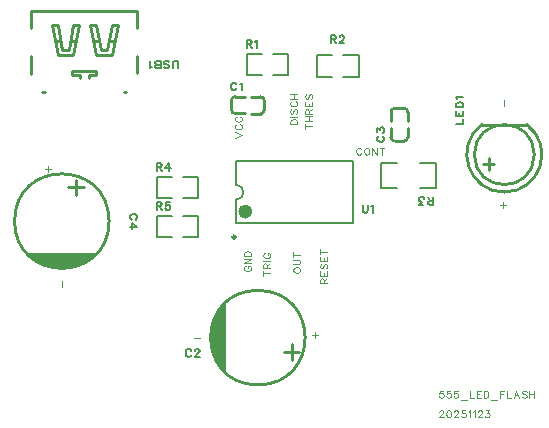
<source format=gto>
G04 Layer: TopSilkscreenLayer*
G04 EasyEDA Pro v2.2.43.4, 2025-11-30 18:38:01*
G04 Gerber Generator version 0.3*
G04 Scale: 100 percent, Rotated: No, Reflected: No*
G04 Dimensions in millimeters*
G04 Leading zeros omitted, absolute positions, 4 integers and 5 decimals*
G04 Generated by custom config*
%FSLAX45Y45*%
%MOMM*%
%ADD10C,0.1*%
%ADD11C,0.1524*%
%ADD12C,0.254*%
%ADD13C,0.2*%
%ADD14C,0.25*%
%ADD15C,0.6004*%
%ADD16C,0.6*%
G75*


G04 Text Start*
G54D10*
G01X3823462Y-3472180D02*
G01X3795268Y-3472180D01*
G01X3792474Y-3497580D01*
G01X3795268Y-3494786D01*
G01X3803650Y-3491992D01*
G01X3812032Y-3491992D01*
G01X3820414Y-3494786D01*
G01X3826256Y-3500374D01*
G01X3829050Y-3508756D01*
G01X3829050Y-3514344D01*
G01X3826256Y-3522980D01*
G01X3820414Y-3528568D01*
G01X3812032Y-3531362D01*
G01X3803650Y-3531362D01*
G01X3795268Y-3528568D01*
G01X3792474Y-3525774D01*
G01X3789680Y-3520186D01*
G01X3886200Y-3472180D02*
G01X3858260Y-3472180D01*
G01X3855466Y-3497580D01*
G01X3858260Y-3494786D01*
G01X3866642Y-3491992D01*
G01X3875024Y-3491992D01*
G01X3883406Y-3494786D01*
G01X3888994Y-3500374D01*
G01X3892042Y-3508756D01*
G01X3892042Y-3514344D01*
G01X3888994Y-3522980D01*
G01X3883406Y-3528568D01*
G01X3875024Y-3531362D01*
G01X3866642Y-3531362D01*
G01X3858260Y-3528568D01*
G01X3855466Y-3525774D01*
G01X3852672Y-3520186D01*
G01X3949192Y-3472180D02*
G01X3921252Y-3472180D01*
G01X3918458Y-3497580D01*
G01X3921252Y-3494786D01*
G01X3929634Y-3491992D01*
G01X3938016Y-3491992D01*
G01X3946398Y-3494786D01*
G01X3951986Y-3500374D01*
G01X3955034Y-3508756D01*
G01X3955034Y-3514344D01*
G01X3951986Y-3522980D01*
G01X3946398Y-3528568D01*
G01X3938016Y-3531362D01*
G01X3929634Y-3531362D01*
G01X3921252Y-3528568D01*
G01X3918458Y-3525774D01*
G01X3915664Y-3520186D01*
G01X3978656Y-3550920D02*
G01X4029202Y-3550920D01*
G01X4052824Y-3472180D02*
G01X4052824Y-3531362D01*
G01X4052824Y-3531362D02*
G01X4086352Y-3531362D01*
G01X4109974Y-3472180D02*
G01X4109974Y-3531362D01*
G01X4109974Y-3472180D02*
G01X4146296Y-3472180D01*
G01X4109974Y-3500374D02*
G01X4132326Y-3500374D01*
G01X4109974Y-3531362D02*
G01X4146296Y-3531362D01*
G01X4169918Y-3472180D02*
G01X4169918Y-3531362D01*
G01X4169918Y-3472180D02*
G01X4189476Y-3472180D01*
G01X4197858Y-3474974D01*
G01X4203446Y-3480562D01*
G01X4206240Y-3486404D01*
G01X4209288Y-3494786D01*
G01X4209288Y-3508756D01*
G01X4206240Y-3517138D01*
G01X4203446Y-3522980D01*
G01X4197858Y-3528568D01*
G01X4189476Y-3531362D01*
G01X4169918Y-3531362D01*
G01X4232910Y-3550920D02*
G01X4283456Y-3550920D01*
G01X4307078Y-3472180D02*
G01X4307078Y-3531362D01*
G01X4307078Y-3472180D02*
G01X4343400Y-3472180D01*
G01X4307078Y-3500374D02*
G01X4329430Y-3500374D01*
G01X4367022Y-3472180D02*
G01X4367022Y-3531362D01*
G01X4367022Y-3531362D02*
G01X4400550Y-3531362D01*
G01X4446524Y-3472180D02*
G01X4424172Y-3531362D01*
G01X4446524Y-3472180D02*
G01X4469130Y-3531362D01*
G01X4432554Y-3511550D02*
G01X4460494Y-3511550D01*
G01X4532122Y-3480562D02*
G01X4526280Y-3474974D01*
G01X4517898Y-3472180D01*
G01X4506722Y-3472180D01*
G01X4498340Y-3474974D01*
G01X4492752Y-3480562D01*
G01X4492752Y-3486404D01*
G01X4495546Y-3491992D01*
G01X4498340Y-3494786D01*
G01X4503928Y-3497580D01*
G01X4520692Y-3503168D01*
G01X4526280Y-3505962D01*
G01X4529074Y-3508756D01*
G01X4532122Y-3514344D01*
G01X4532122Y-3522980D01*
G01X4526280Y-3528568D01*
G01X4517898Y-3531362D01*
G01X4506722Y-3531362D01*
G01X4498340Y-3528568D01*
G01X4492752Y-3522980D01*
G01X4555744Y-3472180D02*
G01X4555744Y-3531362D01*
G01X4595114Y-3472180D02*
G01X4595114Y-3531362D01*
G01X4555744Y-3500374D02*
G01X4595114Y-3500374D01*
G01X3792474Y-3651504D02*
G01X3792474Y-3648710D01*
G01X3795268Y-3642868D01*
G01X3798062Y-3640074D01*
G01X3803650Y-3637280D01*
G01X3814826Y-3637280D01*
G01X3820414Y-3640074D01*
G01X3823462Y-3642868D01*
G01X3826256Y-3648710D01*
G01X3826256Y-3654298D01*
G01X3823462Y-3659886D01*
G01X3817620Y-3668268D01*
G01X3789680Y-3696462D01*
G01X3829050Y-3696462D01*
G01X3869436Y-3637280D02*
G01X3861054Y-3640074D01*
G01X3855466Y-3648710D01*
G01X3852672Y-3662680D01*
G01X3852672Y-3671062D01*
G01X3855466Y-3685286D01*
G01X3861054Y-3693668D01*
G01X3869436Y-3696462D01*
G01X3875024Y-3696462D01*
G01X3883406Y-3693668D01*
G01X3888994Y-3685286D01*
G01X3892042Y-3671062D01*
G01X3892042Y-3662680D01*
G01X3888994Y-3648710D01*
G01X3883406Y-3640074D01*
G01X3875024Y-3637280D01*
G01X3869436Y-3637280D01*
G01X3918458Y-3651504D02*
G01X3918458Y-3648710D01*
G01X3921252Y-3642868D01*
G01X3924046Y-3640074D01*
G01X3929634Y-3637280D01*
G01X3940810Y-3637280D01*
G01X3946398Y-3640074D01*
G01X3949192Y-3642868D01*
G01X3951986Y-3648710D01*
G01X3951986Y-3654298D01*
G01X3949192Y-3659886D01*
G01X3943604Y-3668268D01*
G01X3915664Y-3696462D01*
G01X3955034Y-3696462D01*
G01X4012184Y-3637280D02*
G01X3984244Y-3637280D01*
G01X3981450Y-3662680D01*
G01X3984244Y-3659886D01*
G01X3992626Y-3657092D01*
G01X4001008Y-3657092D01*
G01X4009390Y-3659886D01*
G01X4014978Y-3665474D01*
G01X4018026Y-3673856D01*
G01X4018026Y-3679444D01*
G01X4014978Y-3688080D01*
G01X4009390Y-3693668D01*
G01X4001008Y-3696462D01*
G01X3992626Y-3696462D01*
G01X3984244Y-3693668D01*
G01X3981450Y-3690874D01*
G01X3978656Y-3685286D01*
G01X4041648Y-3648710D02*
G01X4047236Y-3645662D01*
G01X4055618Y-3637280D01*
G01X4055618Y-3696462D01*
G01X4079240Y-3648710D02*
G01X4084828Y-3645662D01*
G01X4093210Y-3637280D01*
G01X4093210Y-3696462D01*
G01X4119626Y-3651504D02*
G01X4119626Y-3648710D01*
G01X4122420Y-3642868D01*
G01X4125214Y-3640074D01*
G01X4130802Y-3637280D01*
G01X4141978Y-3637280D01*
G01X4147566Y-3640074D01*
G01X4150360Y-3642868D01*
G01X4153154Y-3648710D01*
G01X4153154Y-3654298D01*
G01X4150360Y-3659886D01*
G01X4144772Y-3668268D01*
G01X4116832Y-3696462D01*
G01X4156202Y-3696462D01*
G01X4185412Y-3637280D02*
G01X4216146Y-3637280D01*
G01X4199382Y-3659886D01*
G01X4207764Y-3659886D01*
G01X4213352Y-3662680D01*
G01X4216146Y-3665474D01*
G01X4219194Y-3673856D01*
G01X4219194Y-3679444D01*
G01X4216146Y-3688080D01*
G01X4210558Y-3693668D01*
G01X4202176Y-3696462D01*
G01X4193794Y-3696462D01*
G01X4185412Y-3693668D01*
G01X4182618Y-3690874D01*
G01X4179824Y-3685286D01*
G01X4355338Y-1897126D02*
G01X4304538Y-1897126D01*
G01X4329938Y-1871980D02*
G01X4329938Y-1922526D01*
G01X4342638Y-1008380D02*
G01X4342638Y-1058926D01*
G01X1719580Y-3023362D02*
G01X1770126Y-3023362D01*
G01X2767838Y-3002026D02*
G01X2717038Y-3002026D01*
G01X2742438Y-2976880D02*
G01X2742438Y-3027426D01*
G01X507238Y-1592326D02*
G01X456438Y-1592326D01*
G01X481838Y-1567180D02*
G01X481838Y-1617726D01*
G01X596138Y-2545080D02*
G01X596138Y-2595626D01*
G01X2152904Y-2416556D02*
G01X2147062Y-2419350D01*
G01X2141474Y-2424938D01*
G01X2138680Y-2430780D01*
G01X2138680Y-2441956D01*
G01X2141474Y-2447544D01*
G01X2147062Y-2453132D01*
G01X2152904Y-2455926D01*
G01X2161286Y-2458720D01*
G01X2175256Y-2458720D01*
G01X2183638Y-2455926D01*
G01X2189480Y-2453132D01*
G01X2195068Y-2447544D01*
G01X2197862Y-2441956D01*
G01X2197862Y-2430780D01*
G01X2195068Y-2424938D01*
G01X2189480Y-2419350D01*
G01X2183638Y-2416556D01*
G01X2175256Y-2416556D01*
G01X2175256Y-2430780D02*
G01X2175256Y-2416556D01*
G01X2138680Y-2392934D02*
G01X2197862Y-2392934D01*
G01X2138680Y-2392934D02*
G01X2197862Y-2353564D01*
G01X2138680Y-2353564D02*
G01X2197862Y-2353564D01*
G01X2138680Y-2329942D02*
G01X2197862Y-2329942D01*
G01X2138680Y-2329942D02*
G01X2138680Y-2310384D01*
G01X2141474Y-2302002D01*
G01X2147062Y-2296414D01*
G01X2152904Y-2293620D01*
G01X2161286Y-2290572D01*
G01X2175256Y-2290572D01*
G01X2183638Y-2293620D01*
G01X2189480Y-2296414D01*
G01X2195068Y-2302002D01*
G01X2197862Y-2310384D01*
G01X2197862Y-2329942D01*
G01X2062480Y-1328420D02*
G01X2121662Y-1306068D01*
G01X2062480Y-1283462D02*
G01X2121662Y-1306068D01*
G01X2076704Y-1217676D02*
G01X2070862Y-1220470D01*
G01X2065274Y-1226312D01*
G01X2062480Y-1231900D01*
G01X2062480Y-1243076D01*
G01X2065274Y-1248664D01*
G01X2070862Y-1254252D01*
G01X2076704Y-1257046D01*
G01X2085086Y-1259840D01*
G01X2099056Y-1259840D01*
G01X2107438Y-1257046D01*
G01X2113280Y-1254252D01*
G01X2118868Y-1248664D01*
G01X2121662Y-1243076D01*
G01X2121662Y-1231900D01*
G01X2118868Y-1226312D01*
G01X2113280Y-1220470D01*
G01X2107438Y-1217676D01*
G01X2076704Y-1151890D02*
G01X2070862Y-1154684D01*
G01X2065274Y-1160526D01*
G01X2062480Y-1166114D01*
G01X2062480Y-1177290D01*
G01X2065274Y-1182878D01*
G01X2070862Y-1188466D01*
G01X2076704Y-1191260D01*
G01X2085086Y-1194054D01*
G01X2099056Y-1194054D01*
G01X2107438Y-1191260D01*
G01X2113280Y-1188466D01*
G01X2118868Y-1182878D01*
G01X2121662Y-1177290D01*
G01X2121662Y-1166114D01*
G01X2118868Y-1160526D01*
G01X2113280Y-1154684D01*
G01X2107438Y-1151890D01*
G01X2303780Y-2477262D02*
G01X2362962Y-2477262D01*
G01X2303780Y-2496820D02*
G01X2303780Y-2457450D01*
G01X2303780Y-2433828D02*
G01X2362962Y-2433828D01*
G01X2303780Y-2433828D02*
G01X2303780Y-2408682D01*
G01X2306574Y-2400300D01*
G01X2309368Y-2397506D01*
G01X2315210Y-2394458D01*
G01X2320798Y-2394458D01*
G01X2326386Y-2397506D01*
G01X2329180Y-2400300D01*
G01X2331974Y-2408682D01*
G01X2331974Y-2433828D01*
G01X2331974Y-2414270D02*
G01X2362962Y-2394458D01*
G01X2303780Y-2370836D02*
G01X2362962Y-2370836D01*
G01X2318004Y-2305050D02*
G01X2312162Y-2307844D01*
G01X2306574Y-2313686D01*
G01X2303780Y-2319274D01*
G01X2303780Y-2330450D01*
G01X2306574Y-2336038D01*
G01X2312162Y-2341626D01*
G01X2318004Y-2344420D01*
G01X2326386Y-2347214D01*
G01X2340356Y-2347214D01*
G01X2348738Y-2344420D01*
G01X2354580Y-2341626D01*
G01X2360168Y-2336038D01*
G01X2362962Y-2330450D01*
G01X2362962Y-2319274D01*
G01X2360168Y-2313686D01*
G01X2354580Y-2307844D01*
G01X2348738Y-2305050D01*
G01X2340356Y-2305050D01*
G01X2340356Y-2319274D02*
G01X2340356Y-2305050D01*
G01X2557780Y-2454656D02*
G01X2560574Y-2460244D01*
G01X2566162Y-2465832D01*
G01X2572004Y-2468626D01*
G01X2580386Y-2471420D01*
G01X2594356Y-2471420D01*
G01X2602738Y-2468626D01*
G01X2608580Y-2465832D01*
G01X2614168Y-2460244D01*
G01X2616962Y-2454656D01*
G01X2616962Y-2443480D01*
G01X2614168Y-2437638D01*
G01X2608580Y-2432050D01*
G01X2602738Y-2429256D01*
G01X2594356Y-2426462D01*
G01X2580386Y-2426462D01*
G01X2572004Y-2429256D01*
G01X2566162Y-2432050D01*
G01X2560574Y-2437638D01*
G01X2557780Y-2443480D01*
G01X2557780Y-2454656D01*
G01X2557780Y-2402840D02*
G01X2599944Y-2402840D01*
G01X2608580Y-2400046D01*
G01X2614168Y-2394458D01*
G01X2616962Y-2386076D01*
G01X2616962Y-2380488D01*
G01X2614168Y-2372106D01*
G01X2608580Y-2366518D01*
G01X2599944Y-2363470D01*
G01X2557780Y-2363470D01*
G01X2557780Y-2320290D02*
G01X2616962Y-2320290D01*
G01X2557780Y-2339848D02*
G01X2557780Y-2300478D01*
G01X2786380Y-2560320D02*
G01X2845562Y-2560320D01*
G01X2786380Y-2560320D02*
G01X2786380Y-2535174D01*
G01X2789174Y-2526538D01*
G01X2791968Y-2523744D01*
G01X2797810Y-2520950D01*
G01X2803398Y-2520950D01*
G01X2808986Y-2523744D01*
G01X2811780Y-2526538D01*
G01X2814574Y-2535174D01*
G01X2814574Y-2560320D01*
G01X2814574Y-2540762D02*
G01X2845562Y-2520950D01*
G01X2786380Y-2497328D02*
G01X2845562Y-2497328D01*
G01X2786380Y-2497328D02*
G01X2786380Y-2461006D01*
G01X2814574Y-2497328D02*
G01X2814574Y-2474976D01*
G01X2845562Y-2497328D02*
G01X2845562Y-2461006D01*
G01X2794762Y-2398014D02*
G01X2789174Y-2403856D01*
G01X2786380Y-2412238D01*
G01X2786380Y-2423414D01*
G01X2789174Y-2431796D01*
G01X2794762Y-2437384D01*
G01X2800604Y-2437384D01*
G01X2806192Y-2434590D01*
G01X2808986Y-2431796D01*
G01X2811780Y-2426208D01*
G01X2817368Y-2409444D01*
G01X2820162Y-2403856D01*
G01X2822956Y-2401062D01*
G01X2828544Y-2398014D01*
G01X2837180Y-2398014D01*
G01X2842768Y-2403856D01*
G01X2845562Y-2412238D01*
G01X2845562Y-2423414D01*
G01X2842768Y-2431796D01*
G01X2837180Y-2437384D01*
G01X2786380Y-2374392D02*
G01X2845562Y-2374392D01*
G01X2786380Y-2374392D02*
G01X2786380Y-2338070D01*
G01X2814574Y-2374392D02*
G01X2814574Y-2352040D01*
G01X2845562Y-2374392D02*
G01X2845562Y-2338070D01*
G01X2786380Y-2294890D02*
G01X2845562Y-2294890D01*
G01X2786380Y-2314448D02*
G01X2786380Y-2275078D01*
G01X2532380Y-1214120D02*
G01X2591562Y-1214120D01*
G01X2532380Y-1214120D02*
G01X2532380Y-1194562D01*
G01X2535174Y-1186180D01*
G01X2540762Y-1180338D01*
G01X2546604Y-1177544D01*
G01X2554986Y-1174750D01*
G01X2568956Y-1174750D01*
G01X2577338Y-1177544D01*
G01X2583180Y-1180338D01*
G01X2588768Y-1186180D01*
G01X2591562Y-1194562D01*
G01X2591562Y-1214120D01*
G01X2532380Y-1151128D02*
G01X2591562Y-1151128D01*
G01X2540762Y-1088136D02*
G01X2535174Y-1093978D01*
G01X2532380Y-1102360D01*
G01X2532380Y-1113536D01*
G01X2535174Y-1121918D01*
G01X2540762Y-1127506D01*
G01X2546604Y-1127506D01*
G01X2552192Y-1124712D01*
G01X2554986Y-1121918D01*
G01X2557780Y-1116330D01*
G01X2563368Y-1099566D01*
G01X2566162Y-1093978D01*
G01X2568956Y-1091184D01*
G01X2574544Y-1088136D01*
G01X2583180Y-1088136D01*
G01X2588768Y-1093978D01*
G01X2591562Y-1102360D01*
G01X2591562Y-1113536D01*
G01X2588768Y-1121918D01*
G01X2583180Y-1127506D01*
G01X2546604Y-1022350D02*
G01X2540762Y-1025144D01*
G01X2535174Y-1030986D01*
G01X2532380Y-1036574D01*
G01X2532380Y-1047750D01*
G01X2535174Y-1053338D01*
G01X2540762Y-1058926D01*
G01X2546604Y-1061720D01*
G01X2554986Y-1064514D01*
G01X2568956Y-1064514D01*
G01X2577338Y-1061720D01*
G01X2583180Y-1058926D01*
G01X2588768Y-1053338D01*
G01X2591562Y-1047750D01*
G01X2591562Y-1036574D01*
G01X2588768Y-1030986D01*
G01X2583180Y-1025144D01*
G01X2577338Y-1022350D01*
G01X2532380Y-998728D02*
G01X2591562Y-998728D01*
G01X2532380Y-959358D02*
G01X2591562Y-959358D01*
G01X2560574Y-998728D02*
G01X2560574Y-959358D01*
G01X2659380Y-1232662D02*
G01X2718562Y-1232662D01*
G01X2659380Y-1252220D02*
G01X2659380Y-1212850D01*
G01X2659380Y-1189228D02*
G01X2718562Y-1189228D01*
G01X2659380Y-1149858D02*
G01X2718562Y-1149858D01*
G01X2687574Y-1189228D02*
G01X2687574Y-1149858D01*
G01X2659380Y-1126236D02*
G01X2718562Y-1126236D01*
G01X2659380Y-1126236D02*
G01X2659380Y-1101090D01*
G01X2662174Y-1092708D01*
G01X2664968Y-1089914D01*
G01X2670810Y-1086866D01*
G01X2676398Y-1086866D01*
G01X2681986Y-1089914D01*
G01X2684780Y-1092708D01*
G01X2687574Y-1101090D01*
G01X2687574Y-1126236D01*
G01X2687574Y-1106678D02*
G01X2718562Y-1086866D01*
G01X2659380Y-1063244D02*
G01X2718562Y-1063244D01*
G01X2659380Y-1063244D02*
G01X2659380Y-1026922D01*
G01X2687574Y-1063244D02*
G01X2687574Y-1040892D01*
G01X2718562Y-1063244D02*
G01X2718562Y-1026922D01*
G01X2667762Y-963930D02*
G01X2662174Y-969772D01*
G01X2659380Y-978154D01*
G01X2659380Y-989330D01*
G01X2662174Y-997712D01*
G01X2667762Y-1003300D01*
G01X2673604Y-1003300D01*
G01X2679192Y-1000506D01*
G01X2681986Y-997712D01*
G01X2684780Y-992124D01*
G01X2690368Y-975360D01*
G01X2693162Y-969772D01*
G01X2695956Y-966978D01*
G01X2701544Y-963930D01*
G01X2710180Y-963930D01*
G01X2715768Y-969772D01*
G01X2718562Y-978154D01*
G01X2718562Y-989330D01*
G01X2715768Y-997712D01*
G01X2710180Y-1003300D01*
G01X3133344Y-1429004D02*
G01X3130550Y-1423162D01*
G01X3124962Y-1417574D01*
G01X3119120Y-1414780D01*
G01X3107944Y-1414780D01*
G01X3102356Y-1417574D01*
G01X3096768Y-1423162D01*
G01X3093974Y-1429004D01*
G01X3091180Y-1437386D01*
G01X3091180Y-1451356D01*
G01X3093974Y-1459738D01*
G01X3096768Y-1465580D01*
G01X3102356Y-1471168D01*
G01X3107944Y-1473962D01*
G01X3119120Y-1473962D01*
G01X3124962Y-1471168D01*
G01X3130550Y-1465580D01*
G01X3133344Y-1459738D01*
G01X3173730Y-1414780D02*
G01X3168142Y-1417574D01*
G01X3162554Y-1423162D01*
G01X3159760Y-1429004D01*
G01X3156966Y-1437386D01*
G01X3156966Y-1451356D01*
G01X3159760Y-1459738D01*
G01X3162554Y-1465580D01*
G01X3168142Y-1471168D01*
G01X3173730Y-1473962D01*
G01X3184906Y-1473962D01*
G01X3190494Y-1471168D01*
G01X3196336Y-1465580D01*
G01X3199130Y-1459738D01*
G01X3201924Y-1451356D01*
G01X3201924Y-1437386D01*
G01X3199130Y-1429004D01*
G01X3196336Y-1423162D01*
G01X3190494Y-1417574D01*
G01X3184906Y-1414780D01*
G01X3173730Y-1414780D01*
G01X3225546Y-1414780D02*
G01X3225546Y-1473962D01*
G01X3225546Y-1414780D02*
G01X3264916Y-1473962D01*
G01X3264916Y-1414780D02*
G01X3264916Y-1473962D01*
G01X3308096Y-1414780D02*
G01X3308096Y-1473962D01*
G01X3288538Y-1414780D02*
G01X3327908Y-1414780D01*
G54D11*
G01X2074111Y-878949D02*
G01X2071063Y-872599D01*
G01X2064713Y-866503D01*
G01X2058617Y-863455D01*
G01X2046171Y-863455D01*
G01X2040075Y-866503D01*
G01X2033725Y-872599D01*
G01X2030677Y-878949D01*
G01X2027629Y-888093D01*
G01X2027629Y-903587D01*
G01X2030677Y-912985D01*
G01X2033725Y-919081D01*
G01X2040075Y-925431D01*
G01X2046171Y-928479D01*
G01X2058617Y-928479D01*
G01X2064713Y-925431D01*
G01X2071063Y-919081D01*
G01X2074111Y-912985D01*
G01X2104337Y-875901D02*
G01X2110433Y-872599D01*
G01X2119577Y-863455D01*
G01X2119577Y-928479D01*
G01X1692402Y-3134360D02*
G01X1689354Y-3128010D01*
G01X1683004Y-3121914D01*
G01X1676908Y-3118866D01*
G01X1664462Y-3118866D01*
G01X1658366Y-3121914D01*
G01X1652016Y-3128010D01*
G01X1648968Y-3134360D01*
G01X1645920Y-3143504D01*
G01X1645920Y-3158998D01*
G01X1648968Y-3168396D01*
G01X1652016Y-3174492D01*
G01X1658366Y-3180842D01*
G01X1664462Y-3183890D01*
G01X1676908Y-3183890D01*
G01X1683004Y-3180842D01*
G01X1689354Y-3174492D01*
G01X1692402Y-3168396D01*
G01X1725676Y-3134360D02*
G01X1725676Y-3131312D01*
G01X1728724Y-3124962D01*
G01X1731772Y-3121914D01*
G01X1737868Y-3118866D01*
G01X1750314Y-3118866D01*
G01X1756664Y-3121914D01*
G01X1759712Y-3124962D01*
G01X1762760Y-3131312D01*
G01X1762760Y-3137408D01*
G01X1759712Y-3143504D01*
G01X1753362Y-3152902D01*
G01X1722628Y-3183890D01*
G01X1765808Y-3183890D01*
G01X3279249Y-1316789D02*
G01X3272899Y-1319837D01*
G01X3266803Y-1326187D01*
G01X3263755Y-1332283D01*
G01X3263755Y-1344729D01*
G01X3266803Y-1350825D01*
G01X3272899Y-1357175D01*
G01X3279249Y-1360223D01*
G01X3288393Y-1363271D01*
G01X3303887Y-1363271D01*
G01X3313285Y-1360223D01*
G01X3319381Y-1357175D01*
G01X3325731Y-1350825D01*
G01X3328779Y-1344729D01*
G01X3328779Y-1332283D01*
G01X3325731Y-1326187D01*
G01X3319381Y-1319837D01*
G01X3313285Y-1316789D01*
G01X3263755Y-1280467D02*
G01X3263755Y-1246431D01*
G01X3288393Y-1264973D01*
G01X3288393Y-1255829D01*
G01X3291441Y-1249479D01*
G01X3294743Y-1246431D01*
G01X3303887Y-1243383D01*
G01X3310237Y-1243383D01*
G01X3319381Y-1246431D01*
G01X3325731Y-1252527D01*
G01X3328779Y-1261925D01*
G01X3328779Y-1271323D01*
G01X3325731Y-1280467D01*
G01X3322429Y-1283515D01*
G01X3316333Y-1286563D01*
G01X3931666Y-1211580D02*
G01X3996690Y-1211580D01*
G01X3996690Y-1211580D02*
G01X3996690Y-1174496D01*
G01X3931666Y-1144270D02*
G01X3996690Y-1144270D01*
G01X3931666Y-1144270D02*
G01X3931666Y-1104138D01*
G01X3962654Y-1144270D02*
G01X3962654Y-1119632D01*
G01X3996690Y-1144270D02*
G01X3996690Y-1104138D01*
G01X3931666Y-1073912D02*
G01X3996690Y-1073912D01*
G01X3931666Y-1073912D02*
G01X3931666Y-1052322D01*
G01X3934714Y-1043178D01*
G01X3940810Y-1036828D01*
G01X3947160Y-1033780D01*
G01X3956304Y-1030732D01*
G01X3971798Y-1030732D01*
G01X3981196Y-1033780D01*
G01X3987292Y-1036828D01*
G01X3993642Y-1043178D01*
G01X3996690Y-1052322D01*
G01X3996690Y-1073912D01*
G01X3944112Y-1000506D02*
G01X3940810Y-994410D01*
G01X3931666Y-985266D01*
G01X3996690Y-985266D01*
G01X3738880Y-1897634D02*
G01X3738880Y-1832610D01*
G01X3738880Y-1897634D02*
G01X3710940Y-1897634D01*
G01X3701796Y-1894586D01*
G01X3698748Y-1891538D01*
G01X3695446Y-1885188D01*
G01X3695446Y-1879092D01*
G01X3698748Y-1872996D01*
G01X3701796Y-1869948D01*
G01X3710940Y-1866646D01*
G01X3738880Y-1866646D01*
G01X3717290Y-1866646D02*
G01X3695446Y-1832610D01*
G01X3659124Y-1897634D02*
G01X3625088Y-1897634D01*
G01X3643630Y-1872996D01*
G01X3634486Y-1872996D01*
G01X3628136Y-1869948D01*
G01X3625088Y-1866646D01*
G01X3622040Y-1857502D01*
G01X3622040Y-1851152D01*
G01X3625088Y-1842008D01*
G01X3631184Y-1835658D01*
G01X3640582Y-1832610D01*
G01X3649980Y-1832610D01*
G01X3659124Y-1835658D01*
G01X3662172Y-1838960D01*
G01X3665220Y-1845056D01*
G01X3144520Y-1899666D02*
G01X3144520Y-1946148D01*
G01X3147568Y-1955292D01*
G01X3153918Y-1961642D01*
G01X3163062Y-1964690D01*
G01X3169412Y-1964690D01*
G01X3178556Y-1961642D01*
G01X3184652Y-1955292D01*
G01X3187954Y-1946148D01*
G01X3187954Y-1899666D01*
G01X3218180Y-1912112D02*
G01X3224276Y-1908810D01*
G01X3233420Y-1899666D01*
G01X3233420Y-1964690D01*
G01X1579880Y-741934D02*
G01X1579880Y-695452D01*
G01X1576832Y-686308D01*
G01X1570482Y-679958D01*
G01X1561338Y-676910D01*
G01X1554988Y-676910D01*
G01X1545844Y-679958D01*
G01X1539748Y-686308D01*
G01X1536446Y-695452D01*
G01X1536446Y-741934D01*
G01X1463040Y-732790D02*
G01X1469136Y-738886D01*
G01X1478534Y-741934D01*
G01X1490980Y-741934D01*
G01X1500124Y-738886D01*
G01X1506220Y-732790D01*
G01X1506220Y-726440D01*
G01X1503172Y-720344D01*
G01X1500124Y-717296D01*
G01X1494028Y-714248D01*
G01X1475486Y-707898D01*
G01X1469136Y-704850D01*
G01X1466088Y-701802D01*
G01X1463040Y-695452D01*
G01X1463040Y-686308D01*
G01X1469136Y-679958D01*
G01X1478534Y-676910D01*
G01X1490980Y-676910D01*
G01X1500124Y-679958D01*
G01X1506220Y-686308D01*
G01X1432814Y-741934D02*
G01X1432814Y-676910D01*
G01X1432814Y-741934D02*
G01X1405128Y-741934D01*
G01X1395730Y-738886D01*
G01X1392682Y-735838D01*
G01X1389634Y-729488D01*
G01X1389634Y-723392D01*
G01X1392682Y-717296D01*
G01X1395730Y-714248D01*
G01X1405128Y-710946D01*
G01X1432814Y-710946D02*
G01X1405128Y-710946D01*
G01X1395730Y-707898D01*
G01X1392682Y-704850D01*
G01X1389634Y-698754D01*
G01X1389634Y-689356D01*
G01X1392682Y-683260D01*
G01X1395730Y-679958D01*
G01X1405128Y-676910D01*
G01X1432814Y-676910D01*
G01X1359408Y-729488D02*
G01X1353312Y-732790D01*
G01X1344168Y-741934D01*
G01X1344168Y-676910D01*
G01X1221740Y-2022602D02*
G01X1228090Y-2019554D01*
G01X1234186Y-2013204D01*
G01X1237234Y-2007108D01*
G01X1237234Y-1994662D01*
G01X1234186Y-1988566D01*
G01X1228090Y-1982216D01*
G01X1221740Y-1979168D01*
G01X1212596Y-1976120D01*
G01X1197102Y-1976120D01*
G01X1187704Y-1979168D01*
G01X1181608Y-1982216D01*
G01X1175258Y-1988566D01*
G01X1172210Y-1994662D01*
G01X1172210Y-2007108D01*
G01X1175258Y-2013204D01*
G01X1181608Y-2019554D01*
G01X1187704Y-2022602D01*
G01X1237234Y-2083562D02*
G01X1194054Y-2052828D01*
G01X1194054Y-2099056D01*
G01X1237234Y-2083562D02*
G01X1172210Y-2083562D01*
G01X2160687Y-504937D02*
G01X2160687Y-569961D01*
G01X2160687Y-504937D02*
G01X2188627Y-504937D01*
G01X2197771Y-507985D01*
G01X2200819Y-511033D01*
G01X2204121Y-517383D01*
G01X2204121Y-523479D01*
G01X2200819Y-529575D01*
G01X2197771Y-532623D01*
G01X2188627Y-535925D01*
G01X2160687Y-535925D01*
G01X2182277Y-535925D02*
G01X2204121Y-569961D01*
G01X2234347Y-517383D02*
G01X2240443Y-514081D01*
G01X2249587Y-504937D01*
G01X2249587Y-569961D01*
G01X2872740Y-464566D02*
G01X2872740Y-529590D01*
G01X2872740Y-464566D02*
G01X2900680Y-464566D01*
G01X2909824Y-467614D01*
G01X2912872Y-470662D01*
G01X2916174Y-477012D01*
G01X2916174Y-483108D01*
G01X2912872Y-489204D01*
G01X2909824Y-492252D01*
G01X2900680Y-495554D01*
G01X2872740Y-495554D01*
G01X2894330Y-495554D02*
G01X2916174Y-529590D01*
G01X2949448Y-480060D02*
G01X2949448Y-477012D01*
G01X2952496Y-470662D01*
G01X2955544Y-467614D01*
G01X2961640Y-464566D01*
G01X2974086Y-464566D01*
G01X2980436Y-467614D01*
G01X2983484Y-470662D01*
G01X2986532Y-477012D01*
G01X2986532Y-483108D01*
G01X2983484Y-489204D01*
G01X2977134Y-498602D01*
G01X2946400Y-529590D01*
G01X2989580Y-529590D01*
G01X1398687Y-1546337D02*
G01X1398687Y-1611361D01*
G01X1398687Y-1546337D02*
G01X1426627Y-1546337D01*
G01X1435771Y-1549385D01*
G01X1438819Y-1552433D01*
G01X1442121Y-1558783D01*
G01X1442121Y-1564879D01*
G01X1438819Y-1570975D01*
G01X1435771Y-1574023D01*
G01X1426627Y-1577325D01*
G01X1398687Y-1577325D01*
G01X1420277Y-1577325D02*
G01X1442121Y-1611361D01*
G01X1503081Y-1546337D02*
G01X1472347Y-1589517D01*
G01X1518575Y-1589517D01*
G01X1503081Y-1546337D02*
G01X1503081Y-1611361D01*
G01X1398687Y-1876537D02*
G01X1398687Y-1941561D01*
G01X1398687Y-1876537D02*
G01X1426627Y-1876537D01*
G01X1435771Y-1879585D01*
G01X1438819Y-1882633D01*
G01X1442121Y-1888983D01*
G01X1442121Y-1895079D01*
G01X1438819Y-1901175D01*
G01X1435771Y-1904223D01*
G01X1426627Y-1907525D01*
G01X1398687Y-1907525D01*
G01X1420277Y-1907525D02*
G01X1442121Y-1941561D01*
G01X1509431Y-1876537D02*
G01X1478443Y-1876537D01*
G01X1475395Y-1904223D01*
G01X1478443Y-1901175D01*
G01X1487587Y-1898127D01*
G01X1496985Y-1898127D01*
G01X1506383Y-1901175D01*
G01X1512479Y-1907525D01*
G01X1515527Y-1916669D01*
G01X1515527Y-1923019D01*
G01X1512479Y-1932163D01*
G01X1506383Y-1938513D01*
G01X1496985Y-1941561D01*
G01X1487587Y-1941561D01*
G01X1478443Y-1938513D01*
G01X1475395Y-1935211D01*
G01X1472347Y-1929115D01*
G04 Text End*

G04 PolygonModel Start*
G54D12*
G01X2143681Y-1125057D02*
G01X2063684Y-1125057D01*
G01X2199726Y-1125103D02*
G01X2279724Y-1125103D01*
G01X2143681Y-983089D02*
G01X2063684Y-983089D01*
G01X2199726Y-983137D02*
G01X2279724Y-983137D01*
G01X2032709Y-1094075D02*
G01X2032709Y-1014070D01*
G01X2310702Y-1014123D02*
G01X2310702Y-1094125D01*
G01X2279719Y-983137D02*
G02X2310702Y-1014123I0J-30983D01*
G01X2310702Y-1094120D02*
G02X2279719Y-1125103I-30983J0D01*
G01X2063689Y-1125057D02*
G02X2032709Y-1094075I3J30983D01*
G01X2032709Y-1014077D02*
G02X2063689Y-983089I30983J5D01*
G01X2480600Y-3142600D02*
G01X2605060Y-3142600D01*
G01X2542830Y-3075290D02*
G01X2542830Y-3209910D01*
G01X2260346Y-3422650D02*
G03X2253234Y-3422650I-3556J399985D01*
G36*
G01X1985599Y-2722601D02*
G03X1985599Y-3322599I314998J-299999D01*
G01X1985599Y-2722601D01*
G37*
G01X3525357Y-1247219D02*
G01X3525357Y-1327216D01*
G01X3525403Y-1191174D02*
G01X3525403Y-1111176D01*
G01X3383389Y-1247219D02*
G01X3383389Y-1327216D01*
G01X3383437Y-1191174D02*
G01X3383437Y-1111176D01*
G01X3494375Y-1358191D02*
G01X3414370Y-1358191D01*
G01X3414423Y-1080198D02*
G01X3494425Y-1080198D01*
G01X3383437Y-1111181D02*
G02X3414423Y-1080198I30983J0D01*
G01X3494420Y-1080198D02*
G02X3525403Y-1111181I0J-30983D01*
G01X3525357Y-1327211D02*
G02X3494375Y-1358191I-30983J3D01*
G01X3414377Y-1358191D02*
G02X3383389Y-1327211I-5J30983D01*
G01X4533900Y-1219200D02*
G01X4152900Y-1219200D01*
G01X4216400Y-1600200D02*
G01X4216400Y-1498600D01*
G01X4165600Y-1549400D02*
G01X4259707Y-1549400D01*
G01X4533900Y-1219201D02*
G02X4152900Y-1219201I-190500J-254000D01*
G54D11*
G01X3435480Y-1543091D02*
G01X3299488Y-1543091D01*
G01X3299488Y-1543091D02*
G01X3299488Y-1758909D01*
G01X3299488Y-1758909D02*
G01X3435480Y-1758909D01*
G01X3625720Y-1543091D02*
G01X3761712Y-1543091D01*
G01X3761712Y-1543091D02*
G01X3761712Y-1758909D01*
G01X3761712Y-1758909D02*
G01X3625720Y-1758909D01*
G54D13*
G01X2071400Y-1726700D02*
G01X2071370Y-1727200D01*
G01X2071370Y-1727200D02*
G01X2071370Y-1525778D01*
G01X2071370Y-1525778D02*
G01X3061462Y-1525778D01*
G01X3061462Y-1525778D02*
G01X3061462Y-2055622D01*
G01X3061462Y-2055622D02*
G01X2071370Y-2055622D01*
G01X2071370Y-2055622D02*
G01X2071370Y-1854200D01*
G01X2071370Y-1854200D02*
G01X2071400Y-1854700D01*
G01X2071400Y-1854700D02*
G03X2071400Y-1727700I0J63500D01*
G54D14*
G01X2041906Y-2171700D02*
G03X2066904Y-2171573I12499J127D01*
G03X2041906Y-2171446I-12499J0D01*
G54D16*
G01X2120392Y-1955800D02*
G03X2180391Y-1955546I29999J254D01*
G03X2120392Y-1955292I-30000J0D01*
G54D14*
G01X454487Y-941403D02*
G01X433324Y-941403D01*
G01X1141476Y-941403D02*
G01X1120313Y-941403D01*
G01X1237399Y-781403D02*
G01X1237399Y-785612D01*
G01X1237399Y-781403D02*
G01X1237399Y-637172D01*
G01X337401Y-641403D02*
G01X337401Y-786412D01*
G01X1237475Y-401282D02*
G01X1237475Y-403568D01*
G01X1237475Y-403568D02*
G01X1237475Y-261328D01*
G01X1237475Y-261328D02*
G01X337299Y-261328D01*
G01X337299Y-261328D02*
G01X337299Y-401282D01*
G01X827402Y-801403D02*
G01X827402Y-821403D01*
G01X687403Y-761403D02*
G01X687403Y-801403D01*
G01X687403Y-801403D02*
G01X747403Y-801403D01*
G01X747403Y-801403D02*
G01X747403Y-821403D01*
G01X887402Y-761403D02*
G01X887402Y-801403D01*
G01X887402Y-801403D02*
G01X827402Y-801403D01*
G01X888403Y-761403D02*
G01X686402Y-761403D01*
G54D12*
G01X1069167Y-378079D02*
G01X1019383Y-628269D01*
G01X1019383Y-628269D02*
G01X889335Y-628269D01*
G01X889335Y-628269D02*
G01X839297Y-378079D01*
G01X839297Y-378079D02*
G01X888827Y-378079D01*
G01X888827Y-378079D02*
G01X928705Y-588137D01*
G01X928705Y-588137D02*
G01X981537Y-588137D01*
G01X981537Y-588137D02*
G01X1021669Y-378079D01*
G01X1021669Y-378079D02*
G01X1069167Y-378079D01*
G01X1039195Y-508127D02*
G01X999317Y-508127D01*
G01X909259Y-508157D02*
G01X869259Y-508157D01*
G01X581581Y-508665D02*
G01X541581Y-508665D01*
G01X711518Y-508635D02*
G01X671640Y-508635D01*
G01X741490Y-378587D02*
G01X691706Y-628777D01*
G01X691706Y-628777D02*
G01X561658Y-628777D01*
G01X561658Y-628777D02*
G01X511620Y-378587D01*
G01X511620Y-378587D02*
G01X561150Y-378587D01*
G01X561150Y-378587D02*
G01X601028Y-588645D01*
G01X601028Y-588645D02*
G01X653860Y-588645D01*
G01X653860Y-588645D02*
G01X693992Y-378587D01*
G01X693992Y-378587D02*
G01X741490Y-378587D01*
G01X716900Y-1812000D02*
G01X716900Y-1687540D01*
G01X649590Y-1749770D02*
G01X784210Y-1749770D01*
G01X996950Y-2032254D02*
G03X996950Y-2039366I-399985J-3556D01*
G36*
G01X296901Y-2307001D02*
G03X896899Y-2307001I299999J314998D01*
G01X296901Y-2307001D01*
G37*
G54D11*
G01X2384420Y-802909D02*
G01X2512913Y-802909D01*
G01X2512913Y-802909D02*
G01X2512913Y-619491D01*
G01X2512913Y-619491D02*
G01X2384420Y-619491D01*
G01X2289180Y-802909D02*
G01X2160687Y-802909D01*
G01X2160687Y-802909D02*
G01X2160687Y-619491D01*
G01X2160687Y-619491D02*
G01X2289180Y-619491D01*
G01X2886080Y-632191D02*
G01X2757587Y-632191D01*
G01X2757587Y-632191D02*
G01X2757587Y-815609D01*
G01X2757587Y-815609D02*
G01X2886080Y-815609D01*
G01X2981320Y-632191D02*
G01X3109813Y-632191D01*
G01X3109813Y-632191D02*
G01X3109813Y-815609D01*
G01X3109813Y-815609D02*
G01X2981320Y-815609D01*
G01X1622420Y-1844309D02*
G01X1750913Y-1844309D01*
G01X1750913Y-1844309D02*
G01X1750913Y-1660891D01*
G01X1750913Y-1660891D02*
G01X1622420Y-1660891D01*
G01X1527180Y-1844309D02*
G01X1398687Y-1844309D01*
G01X1398687Y-1844309D02*
G01X1398687Y-1660891D01*
G01X1398687Y-1660891D02*
G01X1527180Y-1660891D01*
G01X1622420Y-2174509D02*
G01X1750913Y-2174509D01*
G01X1750913Y-2174509D02*
G01X1750913Y-1991091D01*
G01X1750913Y-1991091D02*
G01X1622420Y-1991091D01*
G01X1527180Y-2174509D02*
G01X1398687Y-2174509D01*
G01X1398687Y-2174509D02*
G01X1398687Y-1991091D01*
G01X1398687Y-1991091D02*
G01X1527180Y-1991091D01*

G04 Circle Start*
G54D12*
G01X4089400Y-1473200D02*
G03X4597400Y-1473200I254000J0D01*
G03X4089400Y-1473200I-254000J0D01*
G04 Circle End*

M02*


</source>
